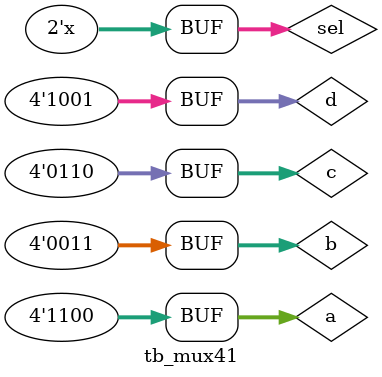
<source format=v>
`timescale 1ns / 1ps

module tb_mux41;

	// Inputs
	reg [1:0] sel;
	reg [3:0] a;
	reg [3:0] b;
	reg [3:0] c;
	reg [3:0] d;
	
	// Outputs
	wire [3:0] y;

	// Instantiate the Unit Under Test (UUT)
	mux41_case uut (
		.sel(sel), 
		.a(a), 
		.b(b), 
		.c(c), 
		.d(d),
		.y(y)
	);

	initial begin
		// Initialize Inputs
		a = 4'b0001;
		b = 4'b0010;
		c = 4'b0100;
		d = 4'b1000;

		#80;
      a = 4'b1100;
		b = 4'b0011;
		c = 4'b0110;
		d = 4'b1001;
	end
	
	initial sel=2'b00;
	always #20 sel=sel+1;
      
endmodule
</source>
